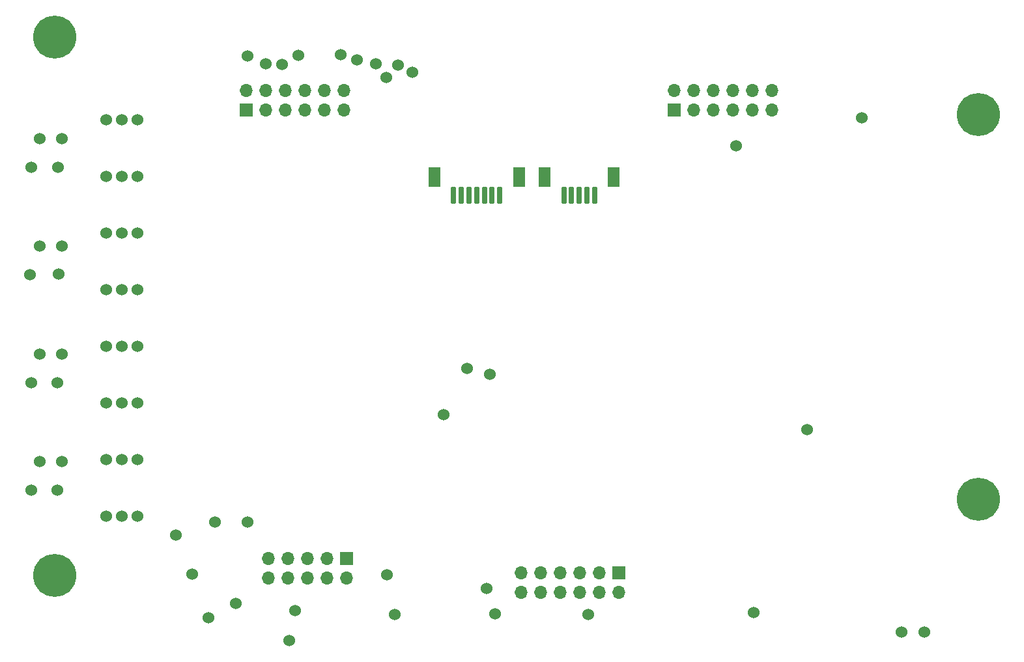
<source format=gbr>
%TF.GenerationSoftware,KiCad,Pcbnew,(6.0.10)*%
%TF.CreationDate,2023-01-06T10:04:02+00:00*%
%TF.ProjectId,Bed_of_nails,4265645f-6f66-45f6-9e61-696c732e6b69,AC*%
%TF.SameCoordinates,Original*%
%TF.FileFunction,Soldermask,Bot*%
%TF.FilePolarity,Negative*%
%FSLAX46Y46*%
G04 Gerber Fmt 4.6, Leading zero omitted, Abs format (unit mm)*
G04 Created by KiCad (PCBNEW (6.0.10)) date 2023-01-06 10:04:02*
%MOMM*%
%LPD*%
G01*
G04 APERTURE LIST*
G04 Aperture macros list*
%AMRoundRect*
0 Rectangle with rounded corners*
0 $1 Rounding radius*
0 $2 $3 $4 $5 $6 $7 $8 $9 X,Y pos of 4 corners*
0 Add a 4 corners polygon primitive as box body*
4,1,4,$2,$3,$4,$5,$6,$7,$8,$9,$2,$3,0*
0 Add four circle primitives for the rounded corners*
1,1,$1+$1,$2,$3*
1,1,$1+$1,$4,$5*
1,1,$1+$1,$6,$7*
1,1,$1+$1,$8,$9*
0 Add four rect primitives between the rounded corners*
20,1,$1+$1,$2,$3,$4,$5,0*
20,1,$1+$1,$4,$5,$6,$7,0*
20,1,$1+$1,$6,$7,$8,$9,0*
20,1,$1+$1,$8,$9,$2,$3,0*%
G04 Aperture macros list end*
%ADD10R,1.700000X1.700000*%
%ADD11O,1.700000X1.700000*%
%ADD12C,1.524000*%
%ADD13C,3.600000*%
%ADD14C,5.600000*%
%ADD15RoundRect,0.075000X-0.225000X-1.025000X0.225000X-1.025000X0.225000X1.025000X-0.225000X1.025000X0*%
%ADD16RoundRect,0.200000X-0.600000X-1.100000X0.600000X-1.100000X0.600000X1.100000X-0.600000X1.100000X0*%
G04 APERTURE END LIST*
D10*
%TO.C,J1*%
X178489999Y-60280000D03*
D11*
X178489999Y-57740000D03*
X181029999Y-60280000D03*
X181029999Y-57740000D03*
X183569999Y-60280000D03*
X183569999Y-57740000D03*
X186109999Y-60280000D03*
X186109999Y-57740000D03*
X188649999Y-60280000D03*
X188649999Y-57740000D03*
X191189999Y-60280000D03*
X191189999Y-57740000D03*
%TD*%
D12*
%TO.C,TP46*%
X113769749Y-115569999D03*
%TD*%
D13*
%TO.C,REF\u002A\u002A*%
X97989762Y-50790000D03*
D14*
X97989762Y-50790000D03*
%TD*%
D12*
%TO.C,TP5*%
X151629762Y-93900000D03*
%TD*%
%TO.C,TP21*%
X129229762Y-125400000D03*
%TD*%
%TO.C,TP3*%
X211029762Y-128150000D03*
%TD*%
%TO.C,TP42*%
X115908360Y-120627851D03*
%TD*%
%TO.C,TP28*%
X96079762Y-78000000D03*
%TD*%
%TO.C,TP2*%
X155229762Y-125800000D03*
%TD*%
%TO.C,TP15*%
X98929762Y-92000000D03*
%TD*%
%TO.C,TP24*%
X96079762Y-64000000D03*
%TD*%
%TO.C,TP9*%
X195779762Y-101800000D03*
%TD*%
D14*
%TO.C,REF\u002A\u002A*%
X218049762Y-60840000D03*
D13*
X218049762Y-60840000D03*
%TD*%
D12*
%TO.C,TP38*%
X141109776Y-56020001D03*
%TD*%
%TO.C,TP14*%
X98429762Y-67700000D03*
%TD*%
%TO.C,TP26*%
X96079762Y-92000000D03*
%TD*%
%TO.C,TP37*%
X142631871Y-54460000D03*
%TD*%
%TO.C,TP23*%
X154179762Y-122500000D03*
%TD*%
%TO.C,TP13*%
X98929762Y-63950000D03*
%TD*%
%TO.C,TP6*%
X186529762Y-64900000D03*
%TD*%
%TO.C,TP11*%
X202929762Y-61300000D03*
%TD*%
D13*
%TO.C,REF\u002A\u002A*%
X97989762Y-120830000D03*
D14*
X97989762Y-120830000D03*
%TD*%
D12*
%TO.C,TP45*%
X188820714Y-125670000D03*
%TD*%
%TO.C,TP4*%
X128479762Y-129250000D03*
%TD*%
%TO.C,TP32*%
X129692357Y-53139386D03*
%TD*%
%TO.C,TP18*%
X98479762Y-81600000D03*
%TD*%
%TO.C,TP25*%
X94979762Y-67700000D03*
%TD*%
%TO.C,TP8*%
X154529762Y-94600000D03*
%TD*%
%TO.C,TP1*%
X142179762Y-125850000D03*
%TD*%
%TO.C,TP34*%
X125399744Y-54290031D03*
%TD*%
%TO.C,TP39*%
X139724085Y-54290000D03*
%TD*%
%TO.C,TP19*%
X98929762Y-105950000D03*
%TD*%
%TO.C,TP33*%
X127589756Y-54319989D03*
%TD*%
%TO.C,TP48*%
X123074732Y-113840019D03*
%TD*%
D13*
%TO.C,REF\u002A\u002A*%
X218029762Y-110880000D03*
D14*
X218029762Y-110880000D03*
%TD*%
D12*
%TO.C,TP22*%
X141229762Y-120750000D03*
%TD*%
%TO.C,TP7*%
X148529762Y-99850000D03*
%TD*%
%TO.C,TP35*%
X123039759Y-53260001D03*
%TD*%
%TO.C,TP47*%
X121559737Y-124419975D03*
%TD*%
%TO.C,TP30*%
X96079762Y-106000000D03*
%TD*%
%TO.C,TP16*%
X98379762Y-95700000D03*
%TD*%
%TO.C,TP41*%
X135199793Y-53069999D03*
%TD*%
%TO.C,TP20*%
X98329762Y-109700000D03*
%TD*%
%TO.C,TP29*%
X94829762Y-81700000D03*
%TD*%
D10*
%TO.C,J4*%
X135939999Y-118590000D03*
D11*
X135939999Y-121130000D03*
X133399999Y-118590000D03*
X133399999Y-121130000D03*
X130859999Y-118590000D03*
X130859999Y-121130000D03*
X128319999Y-118590000D03*
X128319999Y-121130000D03*
X125779999Y-118590000D03*
X125779999Y-121130000D03*
%TD*%
D10*
%TO.C,J3*%
X171319999Y-120440000D03*
D11*
X171319999Y-122980000D03*
X168779999Y-120440000D03*
X168779999Y-122980000D03*
X166239999Y-120440000D03*
X166239999Y-122980000D03*
X163699999Y-120440000D03*
X163699999Y-122980000D03*
X161159999Y-120440000D03*
X161159999Y-122980000D03*
X158619999Y-120440000D03*
X158619999Y-122980000D03*
%TD*%
D12*
%TO.C,TP31*%
X94979762Y-109700000D03*
%TD*%
D10*
%TO.C,J2*%
X122909999Y-60280000D03*
D11*
X122909999Y-57740000D03*
X125449999Y-60280000D03*
X125449999Y-57740000D03*
X127989999Y-60280000D03*
X127989999Y-57740000D03*
X130529999Y-60280000D03*
X130529999Y-57740000D03*
X133069999Y-60280000D03*
X133069999Y-57740000D03*
X135609999Y-60280000D03*
X135609999Y-57740000D03*
%TD*%
D12*
%TO.C,TP44*%
X118838414Y-113884320D03*
%TD*%
%TO.C,TP27*%
X94979762Y-95700000D03*
%TD*%
%TO.C,TP36*%
X144519749Y-55359977D03*
%TD*%
%TO.C,TP17*%
X98929762Y-77950000D03*
%TD*%
%TO.C,TP12*%
X167329762Y-125850000D03*
%TD*%
%TO.C,TP10*%
X208079762Y-128150000D03*
%TD*%
%TO.C,TP43*%
X117979761Y-126345023D03*
%TD*%
%TO.C,TP40*%
X137299778Y-53780011D03*
%TD*%
%TO.C,J12*%
X108720000Y-91017140D03*
X106720000Y-91017140D03*
X104720000Y-91017140D03*
%TD*%
D15*
%TO.C,U1*%
X164180000Y-71350000D03*
X165180000Y-71350000D03*
X166180000Y-71350000D03*
X167180000Y-71350000D03*
X168180000Y-71350000D03*
D16*
X161680000Y-68950000D03*
X170680000Y-68950000D03*
%TD*%
D12*
%TO.C,J7*%
X108720000Y-83652855D03*
X106720000Y-83652855D03*
X104720000Y-83652855D03*
%TD*%
%TO.C,J8*%
X108720000Y-98381425D03*
X106720000Y-98381425D03*
X104720000Y-98381425D03*
%TD*%
D15*
%TO.C,J5*%
X149850000Y-71350000D03*
X150850000Y-71350000D03*
X151850000Y-71350000D03*
X152850000Y-71350000D03*
X153850000Y-71350000D03*
X154850000Y-71350000D03*
X155850000Y-71350000D03*
D16*
X147350000Y-68950000D03*
X158350000Y-68950000D03*
%TD*%
D12*
%TO.C,J13*%
X108720000Y-105745710D03*
X106720000Y-105745710D03*
X104720000Y-105745710D03*
%TD*%
%TO.C,J11*%
X108720000Y-76288570D03*
X106720000Y-76288570D03*
X104720000Y-76288570D03*
%TD*%
%TO.C,J10*%
X108720000Y-61560000D03*
X106720000Y-61560000D03*
X104720000Y-61560000D03*
%TD*%
%TO.C,J9*%
X108720000Y-113110000D03*
X106720000Y-113110000D03*
X104720000Y-113110000D03*
%TD*%
%TO.C,J6*%
X108720000Y-68924285D03*
X106720000Y-68924285D03*
X104720000Y-68924285D03*
%TD*%
M02*

</source>
